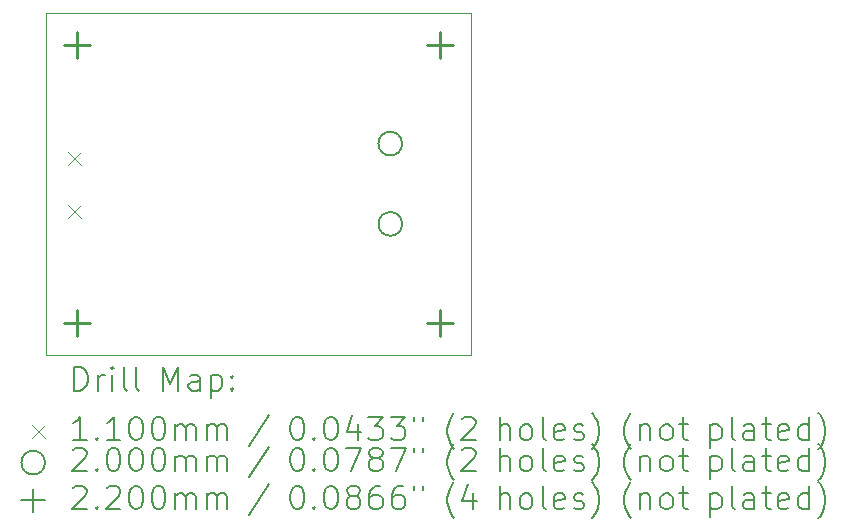
<source format=gbr>
%TF.GenerationSoftware,KiCad,Pcbnew,7.0.0-da2b9df05c~163~ubuntu22.04.1*%
%TF.CreationDate,2023-02-20T00:02:55+00:00*%
%TF.ProjectId,levelshifter,6c657665-6c73-4686-9966-7465722e6b69,rev?*%
%TF.SameCoordinates,Original*%
%TF.FileFunction,Drillmap*%
%TF.FilePolarity,Positive*%
%FSLAX45Y45*%
G04 Gerber Fmt 4.5, Leading zero omitted, Abs format (unit mm)*
G04 Created by KiCad (PCBNEW 7.0.0-da2b9df05c~163~ubuntu22.04.1) date 2023-02-20 00:02:55*
%MOMM*%
%LPD*%
G01*
G04 APERTURE LIST*
%ADD10C,0.100000*%
%ADD11C,0.200000*%
%ADD12C,0.110000*%
%ADD13C,0.220000*%
G04 APERTURE END LIST*
D10*
X13400000Y-7600000D02*
X17000000Y-7600000D01*
X17000000Y-7600000D02*
X17000000Y-10500000D01*
X17000000Y-10500000D02*
X13400000Y-10500000D01*
X13400000Y-10500000D02*
X13400000Y-7600000D01*
D11*
D12*
X13592700Y-8780000D02*
X13702700Y-8890000D01*
X13702700Y-8780000D02*
X13592700Y-8890000D01*
X13592700Y-9230000D02*
X13702700Y-9340000D01*
X13702700Y-9230000D02*
X13592700Y-9340000D01*
D11*
X16418650Y-8707600D02*
G75*
G03*
X16418650Y-8707600I-100000J0D01*
G01*
X16418650Y-9387600D02*
G75*
G03*
X16418650Y-9387600I-100000J0D01*
G01*
D13*
X13670000Y-7760000D02*
X13670000Y-7980000D01*
X13560000Y-7870000D02*
X13780000Y-7870000D01*
X13670000Y-10120000D02*
X13670000Y-10340000D01*
X13560000Y-10230000D02*
X13780000Y-10230000D01*
X16740000Y-7760000D02*
X16740000Y-7980000D01*
X16630000Y-7870000D02*
X16850000Y-7870000D01*
X16740000Y-10120000D02*
X16740000Y-10340000D01*
X16630000Y-10230000D02*
X16850000Y-10230000D01*
D11*
X13642619Y-10798476D02*
X13642619Y-10598476D01*
X13642619Y-10598476D02*
X13690238Y-10598476D01*
X13690238Y-10598476D02*
X13718809Y-10608000D01*
X13718809Y-10608000D02*
X13737857Y-10627048D01*
X13737857Y-10627048D02*
X13747381Y-10646095D01*
X13747381Y-10646095D02*
X13756905Y-10684190D01*
X13756905Y-10684190D02*
X13756905Y-10712762D01*
X13756905Y-10712762D02*
X13747381Y-10750857D01*
X13747381Y-10750857D02*
X13737857Y-10769905D01*
X13737857Y-10769905D02*
X13718809Y-10788952D01*
X13718809Y-10788952D02*
X13690238Y-10798476D01*
X13690238Y-10798476D02*
X13642619Y-10798476D01*
X13842619Y-10798476D02*
X13842619Y-10665143D01*
X13842619Y-10703238D02*
X13852143Y-10684190D01*
X13852143Y-10684190D02*
X13861667Y-10674667D01*
X13861667Y-10674667D02*
X13880714Y-10665143D01*
X13880714Y-10665143D02*
X13899762Y-10665143D01*
X13966428Y-10798476D02*
X13966428Y-10665143D01*
X13966428Y-10598476D02*
X13956905Y-10608000D01*
X13956905Y-10608000D02*
X13966428Y-10617524D01*
X13966428Y-10617524D02*
X13975952Y-10608000D01*
X13975952Y-10608000D02*
X13966428Y-10598476D01*
X13966428Y-10598476D02*
X13966428Y-10617524D01*
X14090238Y-10798476D02*
X14071190Y-10788952D01*
X14071190Y-10788952D02*
X14061667Y-10769905D01*
X14061667Y-10769905D02*
X14061667Y-10598476D01*
X14195000Y-10798476D02*
X14175952Y-10788952D01*
X14175952Y-10788952D02*
X14166428Y-10769905D01*
X14166428Y-10769905D02*
X14166428Y-10598476D01*
X14391190Y-10798476D02*
X14391190Y-10598476D01*
X14391190Y-10598476D02*
X14457857Y-10741333D01*
X14457857Y-10741333D02*
X14524524Y-10598476D01*
X14524524Y-10598476D02*
X14524524Y-10798476D01*
X14705476Y-10798476D02*
X14705476Y-10693714D01*
X14705476Y-10693714D02*
X14695952Y-10674667D01*
X14695952Y-10674667D02*
X14676905Y-10665143D01*
X14676905Y-10665143D02*
X14638809Y-10665143D01*
X14638809Y-10665143D02*
X14619762Y-10674667D01*
X14705476Y-10788952D02*
X14686428Y-10798476D01*
X14686428Y-10798476D02*
X14638809Y-10798476D01*
X14638809Y-10798476D02*
X14619762Y-10788952D01*
X14619762Y-10788952D02*
X14610238Y-10769905D01*
X14610238Y-10769905D02*
X14610238Y-10750857D01*
X14610238Y-10750857D02*
X14619762Y-10731810D01*
X14619762Y-10731810D02*
X14638809Y-10722286D01*
X14638809Y-10722286D02*
X14686428Y-10722286D01*
X14686428Y-10722286D02*
X14705476Y-10712762D01*
X14800714Y-10665143D02*
X14800714Y-10865143D01*
X14800714Y-10674667D02*
X14819762Y-10665143D01*
X14819762Y-10665143D02*
X14857857Y-10665143D01*
X14857857Y-10665143D02*
X14876905Y-10674667D01*
X14876905Y-10674667D02*
X14886428Y-10684190D01*
X14886428Y-10684190D02*
X14895952Y-10703238D01*
X14895952Y-10703238D02*
X14895952Y-10760381D01*
X14895952Y-10760381D02*
X14886428Y-10779429D01*
X14886428Y-10779429D02*
X14876905Y-10788952D01*
X14876905Y-10788952D02*
X14857857Y-10798476D01*
X14857857Y-10798476D02*
X14819762Y-10798476D01*
X14819762Y-10798476D02*
X14800714Y-10788952D01*
X14981667Y-10779429D02*
X14991190Y-10788952D01*
X14991190Y-10788952D02*
X14981667Y-10798476D01*
X14981667Y-10798476D02*
X14972143Y-10788952D01*
X14972143Y-10788952D02*
X14981667Y-10779429D01*
X14981667Y-10779429D02*
X14981667Y-10798476D01*
X14981667Y-10674667D02*
X14991190Y-10684190D01*
X14991190Y-10684190D02*
X14981667Y-10693714D01*
X14981667Y-10693714D02*
X14972143Y-10684190D01*
X14972143Y-10684190D02*
X14981667Y-10674667D01*
X14981667Y-10674667D02*
X14981667Y-10693714D01*
D12*
X13285000Y-11090000D02*
X13395000Y-11200000D01*
X13395000Y-11090000D02*
X13285000Y-11200000D01*
D11*
X13747381Y-11218476D02*
X13633095Y-11218476D01*
X13690238Y-11218476D02*
X13690238Y-11018476D01*
X13690238Y-11018476D02*
X13671190Y-11047048D01*
X13671190Y-11047048D02*
X13652143Y-11066095D01*
X13652143Y-11066095D02*
X13633095Y-11075619D01*
X13833095Y-11199428D02*
X13842619Y-11208952D01*
X13842619Y-11208952D02*
X13833095Y-11218476D01*
X13833095Y-11218476D02*
X13823571Y-11208952D01*
X13823571Y-11208952D02*
X13833095Y-11199428D01*
X13833095Y-11199428D02*
X13833095Y-11218476D01*
X14033095Y-11218476D02*
X13918809Y-11218476D01*
X13975952Y-11218476D02*
X13975952Y-11018476D01*
X13975952Y-11018476D02*
X13956905Y-11047048D01*
X13956905Y-11047048D02*
X13937857Y-11066095D01*
X13937857Y-11066095D02*
X13918809Y-11075619D01*
X14156905Y-11018476D02*
X14175952Y-11018476D01*
X14175952Y-11018476D02*
X14195000Y-11028000D01*
X14195000Y-11028000D02*
X14204524Y-11037524D01*
X14204524Y-11037524D02*
X14214048Y-11056571D01*
X14214048Y-11056571D02*
X14223571Y-11094667D01*
X14223571Y-11094667D02*
X14223571Y-11142286D01*
X14223571Y-11142286D02*
X14214048Y-11180381D01*
X14214048Y-11180381D02*
X14204524Y-11199428D01*
X14204524Y-11199428D02*
X14195000Y-11208952D01*
X14195000Y-11208952D02*
X14175952Y-11218476D01*
X14175952Y-11218476D02*
X14156905Y-11218476D01*
X14156905Y-11218476D02*
X14137857Y-11208952D01*
X14137857Y-11208952D02*
X14128333Y-11199428D01*
X14128333Y-11199428D02*
X14118809Y-11180381D01*
X14118809Y-11180381D02*
X14109286Y-11142286D01*
X14109286Y-11142286D02*
X14109286Y-11094667D01*
X14109286Y-11094667D02*
X14118809Y-11056571D01*
X14118809Y-11056571D02*
X14128333Y-11037524D01*
X14128333Y-11037524D02*
X14137857Y-11028000D01*
X14137857Y-11028000D02*
X14156905Y-11018476D01*
X14347381Y-11018476D02*
X14366429Y-11018476D01*
X14366429Y-11018476D02*
X14385476Y-11028000D01*
X14385476Y-11028000D02*
X14395000Y-11037524D01*
X14395000Y-11037524D02*
X14404524Y-11056571D01*
X14404524Y-11056571D02*
X14414048Y-11094667D01*
X14414048Y-11094667D02*
X14414048Y-11142286D01*
X14414048Y-11142286D02*
X14404524Y-11180381D01*
X14404524Y-11180381D02*
X14395000Y-11199428D01*
X14395000Y-11199428D02*
X14385476Y-11208952D01*
X14385476Y-11208952D02*
X14366429Y-11218476D01*
X14366429Y-11218476D02*
X14347381Y-11218476D01*
X14347381Y-11218476D02*
X14328333Y-11208952D01*
X14328333Y-11208952D02*
X14318809Y-11199428D01*
X14318809Y-11199428D02*
X14309286Y-11180381D01*
X14309286Y-11180381D02*
X14299762Y-11142286D01*
X14299762Y-11142286D02*
X14299762Y-11094667D01*
X14299762Y-11094667D02*
X14309286Y-11056571D01*
X14309286Y-11056571D02*
X14318809Y-11037524D01*
X14318809Y-11037524D02*
X14328333Y-11028000D01*
X14328333Y-11028000D02*
X14347381Y-11018476D01*
X14499762Y-11218476D02*
X14499762Y-11085143D01*
X14499762Y-11104190D02*
X14509286Y-11094667D01*
X14509286Y-11094667D02*
X14528333Y-11085143D01*
X14528333Y-11085143D02*
X14556905Y-11085143D01*
X14556905Y-11085143D02*
X14575952Y-11094667D01*
X14575952Y-11094667D02*
X14585476Y-11113714D01*
X14585476Y-11113714D02*
X14585476Y-11218476D01*
X14585476Y-11113714D02*
X14595000Y-11094667D01*
X14595000Y-11094667D02*
X14614048Y-11085143D01*
X14614048Y-11085143D02*
X14642619Y-11085143D01*
X14642619Y-11085143D02*
X14661667Y-11094667D01*
X14661667Y-11094667D02*
X14671190Y-11113714D01*
X14671190Y-11113714D02*
X14671190Y-11218476D01*
X14766429Y-11218476D02*
X14766429Y-11085143D01*
X14766429Y-11104190D02*
X14775952Y-11094667D01*
X14775952Y-11094667D02*
X14795000Y-11085143D01*
X14795000Y-11085143D02*
X14823571Y-11085143D01*
X14823571Y-11085143D02*
X14842619Y-11094667D01*
X14842619Y-11094667D02*
X14852143Y-11113714D01*
X14852143Y-11113714D02*
X14852143Y-11218476D01*
X14852143Y-11113714D02*
X14861667Y-11094667D01*
X14861667Y-11094667D02*
X14880714Y-11085143D01*
X14880714Y-11085143D02*
X14909286Y-11085143D01*
X14909286Y-11085143D02*
X14928333Y-11094667D01*
X14928333Y-11094667D02*
X14937857Y-11113714D01*
X14937857Y-11113714D02*
X14937857Y-11218476D01*
X15295952Y-11008952D02*
X15124524Y-11266095D01*
X15520714Y-11018476D02*
X15539762Y-11018476D01*
X15539762Y-11018476D02*
X15558810Y-11028000D01*
X15558810Y-11028000D02*
X15568333Y-11037524D01*
X15568333Y-11037524D02*
X15577857Y-11056571D01*
X15577857Y-11056571D02*
X15587381Y-11094667D01*
X15587381Y-11094667D02*
X15587381Y-11142286D01*
X15587381Y-11142286D02*
X15577857Y-11180381D01*
X15577857Y-11180381D02*
X15568333Y-11199428D01*
X15568333Y-11199428D02*
X15558810Y-11208952D01*
X15558810Y-11208952D02*
X15539762Y-11218476D01*
X15539762Y-11218476D02*
X15520714Y-11218476D01*
X15520714Y-11218476D02*
X15501667Y-11208952D01*
X15501667Y-11208952D02*
X15492143Y-11199428D01*
X15492143Y-11199428D02*
X15482619Y-11180381D01*
X15482619Y-11180381D02*
X15473095Y-11142286D01*
X15473095Y-11142286D02*
X15473095Y-11094667D01*
X15473095Y-11094667D02*
X15482619Y-11056571D01*
X15482619Y-11056571D02*
X15492143Y-11037524D01*
X15492143Y-11037524D02*
X15501667Y-11028000D01*
X15501667Y-11028000D02*
X15520714Y-11018476D01*
X15673095Y-11199428D02*
X15682619Y-11208952D01*
X15682619Y-11208952D02*
X15673095Y-11218476D01*
X15673095Y-11218476D02*
X15663571Y-11208952D01*
X15663571Y-11208952D02*
X15673095Y-11199428D01*
X15673095Y-11199428D02*
X15673095Y-11218476D01*
X15806429Y-11018476D02*
X15825476Y-11018476D01*
X15825476Y-11018476D02*
X15844524Y-11028000D01*
X15844524Y-11028000D02*
X15854048Y-11037524D01*
X15854048Y-11037524D02*
X15863571Y-11056571D01*
X15863571Y-11056571D02*
X15873095Y-11094667D01*
X15873095Y-11094667D02*
X15873095Y-11142286D01*
X15873095Y-11142286D02*
X15863571Y-11180381D01*
X15863571Y-11180381D02*
X15854048Y-11199428D01*
X15854048Y-11199428D02*
X15844524Y-11208952D01*
X15844524Y-11208952D02*
X15825476Y-11218476D01*
X15825476Y-11218476D02*
X15806429Y-11218476D01*
X15806429Y-11218476D02*
X15787381Y-11208952D01*
X15787381Y-11208952D02*
X15777857Y-11199428D01*
X15777857Y-11199428D02*
X15768333Y-11180381D01*
X15768333Y-11180381D02*
X15758810Y-11142286D01*
X15758810Y-11142286D02*
X15758810Y-11094667D01*
X15758810Y-11094667D02*
X15768333Y-11056571D01*
X15768333Y-11056571D02*
X15777857Y-11037524D01*
X15777857Y-11037524D02*
X15787381Y-11028000D01*
X15787381Y-11028000D02*
X15806429Y-11018476D01*
X16044524Y-11085143D02*
X16044524Y-11218476D01*
X15996905Y-11008952D02*
X15949286Y-11151810D01*
X15949286Y-11151810D02*
X16073095Y-11151810D01*
X16130238Y-11018476D02*
X16254048Y-11018476D01*
X16254048Y-11018476D02*
X16187381Y-11094667D01*
X16187381Y-11094667D02*
X16215952Y-11094667D01*
X16215952Y-11094667D02*
X16235000Y-11104190D01*
X16235000Y-11104190D02*
X16244524Y-11113714D01*
X16244524Y-11113714D02*
X16254048Y-11132762D01*
X16254048Y-11132762D02*
X16254048Y-11180381D01*
X16254048Y-11180381D02*
X16244524Y-11199428D01*
X16244524Y-11199428D02*
X16235000Y-11208952D01*
X16235000Y-11208952D02*
X16215952Y-11218476D01*
X16215952Y-11218476D02*
X16158810Y-11218476D01*
X16158810Y-11218476D02*
X16139762Y-11208952D01*
X16139762Y-11208952D02*
X16130238Y-11199428D01*
X16320714Y-11018476D02*
X16444524Y-11018476D01*
X16444524Y-11018476D02*
X16377857Y-11094667D01*
X16377857Y-11094667D02*
X16406429Y-11094667D01*
X16406429Y-11094667D02*
X16425476Y-11104190D01*
X16425476Y-11104190D02*
X16435000Y-11113714D01*
X16435000Y-11113714D02*
X16444524Y-11132762D01*
X16444524Y-11132762D02*
X16444524Y-11180381D01*
X16444524Y-11180381D02*
X16435000Y-11199428D01*
X16435000Y-11199428D02*
X16425476Y-11208952D01*
X16425476Y-11208952D02*
X16406429Y-11218476D01*
X16406429Y-11218476D02*
X16349286Y-11218476D01*
X16349286Y-11218476D02*
X16330238Y-11208952D01*
X16330238Y-11208952D02*
X16320714Y-11199428D01*
X16520714Y-11018476D02*
X16520714Y-11056571D01*
X16596905Y-11018476D02*
X16596905Y-11056571D01*
X16859762Y-11294667D02*
X16850238Y-11285143D01*
X16850238Y-11285143D02*
X16831191Y-11256571D01*
X16831191Y-11256571D02*
X16821667Y-11237524D01*
X16821667Y-11237524D02*
X16812143Y-11208952D01*
X16812143Y-11208952D02*
X16802619Y-11161333D01*
X16802619Y-11161333D02*
X16802619Y-11123238D01*
X16802619Y-11123238D02*
X16812143Y-11075619D01*
X16812143Y-11075619D02*
X16821667Y-11047048D01*
X16821667Y-11047048D02*
X16831191Y-11028000D01*
X16831191Y-11028000D02*
X16850238Y-10999429D01*
X16850238Y-10999429D02*
X16859762Y-10989905D01*
X16926429Y-11037524D02*
X16935953Y-11028000D01*
X16935953Y-11028000D02*
X16955000Y-11018476D01*
X16955000Y-11018476D02*
X17002619Y-11018476D01*
X17002619Y-11018476D02*
X17021667Y-11028000D01*
X17021667Y-11028000D02*
X17031191Y-11037524D01*
X17031191Y-11037524D02*
X17040714Y-11056571D01*
X17040714Y-11056571D02*
X17040714Y-11075619D01*
X17040714Y-11075619D02*
X17031191Y-11104190D01*
X17031191Y-11104190D02*
X16916905Y-11218476D01*
X16916905Y-11218476D02*
X17040714Y-11218476D01*
X17246429Y-11218476D02*
X17246429Y-11018476D01*
X17332143Y-11218476D02*
X17332143Y-11113714D01*
X17332143Y-11113714D02*
X17322619Y-11094667D01*
X17322619Y-11094667D02*
X17303572Y-11085143D01*
X17303572Y-11085143D02*
X17275000Y-11085143D01*
X17275000Y-11085143D02*
X17255953Y-11094667D01*
X17255953Y-11094667D02*
X17246429Y-11104190D01*
X17455953Y-11218476D02*
X17436905Y-11208952D01*
X17436905Y-11208952D02*
X17427381Y-11199428D01*
X17427381Y-11199428D02*
X17417857Y-11180381D01*
X17417857Y-11180381D02*
X17417857Y-11123238D01*
X17417857Y-11123238D02*
X17427381Y-11104190D01*
X17427381Y-11104190D02*
X17436905Y-11094667D01*
X17436905Y-11094667D02*
X17455953Y-11085143D01*
X17455953Y-11085143D02*
X17484524Y-11085143D01*
X17484524Y-11085143D02*
X17503572Y-11094667D01*
X17503572Y-11094667D02*
X17513095Y-11104190D01*
X17513095Y-11104190D02*
X17522619Y-11123238D01*
X17522619Y-11123238D02*
X17522619Y-11180381D01*
X17522619Y-11180381D02*
X17513095Y-11199428D01*
X17513095Y-11199428D02*
X17503572Y-11208952D01*
X17503572Y-11208952D02*
X17484524Y-11218476D01*
X17484524Y-11218476D02*
X17455953Y-11218476D01*
X17636905Y-11218476D02*
X17617857Y-11208952D01*
X17617857Y-11208952D02*
X17608334Y-11189905D01*
X17608334Y-11189905D02*
X17608334Y-11018476D01*
X17789286Y-11208952D02*
X17770238Y-11218476D01*
X17770238Y-11218476D02*
X17732143Y-11218476D01*
X17732143Y-11218476D02*
X17713095Y-11208952D01*
X17713095Y-11208952D02*
X17703572Y-11189905D01*
X17703572Y-11189905D02*
X17703572Y-11113714D01*
X17703572Y-11113714D02*
X17713095Y-11094667D01*
X17713095Y-11094667D02*
X17732143Y-11085143D01*
X17732143Y-11085143D02*
X17770238Y-11085143D01*
X17770238Y-11085143D02*
X17789286Y-11094667D01*
X17789286Y-11094667D02*
X17798810Y-11113714D01*
X17798810Y-11113714D02*
X17798810Y-11132762D01*
X17798810Y-11132762D02*
X17703572Y-11151810D01*
X17875000Y-11208952D02*
X17894048Y-11218476D01*
X17894048Y-11218476D02*
X17932143Y-11218476D01*
X17932143Y-11218476D02*
X17951191Y-11208952D01*
X17951191Y-11208952D02*
X17960715Y-11189905D01*
X17960715Y-11189905D02*
X17960715Y-11180381D01*
X17960715Y-11180381D02*
X17951191Y-11161333D01*
X17951191Y-11161333D02*
X17932143Y-11151810D01*
X17932143Y-11151810D02*
X17903572Y-11151810D01*
X17903572Y-11151810D02*
X17884524Y-11142286D01*
X17884524Y-11142286D02*
X17875000Y-11123238D01*
X17875000Y-11123238D02*
X17875000Y-11113714D01*
X17875000Y-11113714D02*
X17884524Y-11094667D01*
X17884524Y-11094667D02*
X17903572Y-11085143D01*
X17903572Y-11085143D02*
X17932143Y-11085143D01*
X17932143Y-11085143D02*
X17951191Y-11094667D01*
X18027381Y-11294667D02*
X18036905Y-11285143D01*
X18036905Y-11285143D02*
X18055953Y-11256571D01*
X18055953Y-11256571D02*
X18065476Y-11237524D01*
X18065476Y-11237524D02*
X18075000Y-11208952D01*
X18075000Y-11208952D02*
X18084524Y-11161333D01*
X18084524Y-11161333D02*
X18084524Y-11123238D01*
X18084524Y-11123238D02*
X18075000Y-11075619D01*
X18075000Y-11075619D02*
X18065476Y-11047048D01*
X18065476Y-11047048D02*
X18055953Y-11028000D01*
X18055953Y-11028000D02*
X18036905Y-10999429D01*
X18036905Y-10999429D02*
X18027381Y-10989905D01*
X18356905Y-11294667D02*
X18347381Y-11285143D01*
X18347381Y-11285143D02*
X18328334Y-11256571D01*
X18328334Y-11256571D02*
X18318810Y-11237524D01*
X18318810Y-11237524D02*
X18309286Y-11208952D01*
X18309286Y-11208952D02*
X18299762Y-11161333D01*
X18299762Y-11161333D02*
X18299762Y-11123238D01*
X18299762Y-11123238D02*
X18309286Y-11075619D01*
X18309286Y-11075619D02*
X18318810Y-11047048D01*
X18318810Y-11047048D02*
X18328334Y-11028000D01*
X18328334Y-11028000D02*
X18347381Y-10999429D01*
X18347381Y-10999429D02*
X18356905Y-10989905D01*
X18433095Y-11085143D02*
X18433095Y-11218476D01*
X18433095Y-11104190D02*
X18442619Y-11094667D01*
X18442619Y-11094667D02*
X18461667Y-11085143D01*
X18461667Y-11085143D02*
X18490238Y-11085143D01*
X18490238Y-11085143D02*
X18509286Y-11094667D01*
X18509286Y-11094667D02*
X18518810Y-11113714D01*
X18518810Y-11113714D02*
X18518810Y-11218476D01*
X18642619Y-11218476D02*
X18623572Y-11208952D01*
X18623572Y-11208952D02*
X18614048Y-11199428D01*
X18614048Y-11199428D02*
X18604524Y-11180381D01*
X18604524Y-11180381D02*
X18604524Y-11123238D01*
X18604524Y-11123238D02*
X18614048Y-11104190D01*
X18614048Y-11104190D02*
X18623572Y-11094667D01*
X18623572Y-11094667D02*
X18642619Y-11085143D01*
X18642619Y-11085143D02*
X18671191Y-11085143D01*
X18671191Y-11085143D02*
X18690238Y-11094667D01*
X18690238Y-11094667D02*
X18699762Y-11104190D01*
X18699762Y-11104190D02*
X18709286Y-11123238D01*
X18709286Y-11123238D02*
X18709286Y-11180381D01*
X18709286Y-11180381D02*
X18699762Y-11199428D01*
X18699762Y-11199428D02*
X18690238Y-11208952D01*
X18690238Y-11208952D02*
X18671191Y-11218476D01*
X18671191Y-11218476D02*
X18642619Y-11218476D01*
X18766429Y-11085143D02*
X18842619Y-11085143D01*
X18795000Y-11018476D02*
X18795000Y-11189905D01*
X18795000Y-11189905D02*
X18804524Y-11208952D01*
X18804524Y-11208952D02*
X18823572Y-11218476D01*
X18823572Y-11218476D02*
X18842619Y-11218476D01*
X19029286Y-11085143D02*
X19029286Y-11285143D01*
X19029286Y-11094667D02*
X19048334Y-11085143D01*
X19048334Y-11085143D02*
X19086429Y-11085143D01*
X19086429Y-11085143D02*
X19105476Y-11094667D01*
X19105476Y-11094667D02*
X19115000Y-11104190D01*
X19115000Y-11104190D02*
X19124524Y-11123238D01*
X19124524Y-11123238D02*
X19124524Y-11180381D01*
X19124524Y-11180381D02*
X19115000Y-11199428D01*
X19115000Y-11199428D02*
X19105476Y-11208952D01*
X19105476Y-11208952D02*
X19086429Y-11218476D01*
X19086429Y-11218476D02*
X19048334Y-11218476D01*
X19048334Y-11218476D02*
X19029286Y-11208952D01*
X19238810Y-11218476D02*
X19219762Y-11208952D01*
X19219762Y-11208952D02*
X19210238Y-11189905D01*
X19210238Y-11189905D02*
X19210238Y-11018476D01*
X19400715Y-11218476D02*
X19400715Y-11113714D01*
X19400715Y-11113714D02*
X19391191Y-11094667D01*
X19391191Y-11094667D02*
X19372143Y-11085143D01*
X19372143Y-11085143D02*
X19334048Y-11085143D01*
X19334048Y-11085143D02*
X19315000Y-11094667D01*
X19400715Y-11208952D02*
X19381667Y-11218476D01*
X19381667Y-11218476D02*
X19334048Y-11218476D01*
X19334048Y-11218476D02*
X19315000Y-11208952D01*
X19315000Y-11208952D02*
X19305476Y-11189905D01*
X19305476Y-11189905D02*
X19305476Y-11170857D01*
X19305476Y-11170857D02*
X19315000Y-11151810D01*
X19315000Y-11151810D02*
X19334048Y-11142286D01*
X19334048Y-11142286D02*
X19381667Y-11142286D01*
X19381667Y-11142286D02*
X19400715Y-11132762D01*
X19467381Y-11085143D02*
X19543572Y-11085143D01*
X19495953Y-11018476D02*
X19495953Y-11189905D01*
X19495953Y-11189905D02*
X19505476Y-11208952D01*
X19505476Y-11208952D02*
X19524524Y-11218476D01*
X19524524Y-11218476D02*
X19543572Y-11218476D01*
X19686429Y-11208952D02*
X19667381Y-11218476D01*
X19667381Y-11218476D02*
X19629286Y-11218476D01*
X19629286Y-11218476D02*
X19610238Y-11208952D01*
X19610238Y-11208952D02*
X19600715Y-11189905D01*
X19600715Y-11189905D02*
X19600715Y-11113714D01*
X19600715Y-11113714D02*
X19610238Y-11094667D01*
X19610238Y-11094667D02*
X19629286Y-11085143D01*
X19629286Y-11085143D02*
X19667381Y-11085143D01*
X19667381Y-11085143D02*
X19686429Y-11094667D01*
X19686429Y-11094667D02*
X19695953Y-11113714D01*
X19695953Y-11113714D02*
X19695953Y-11132762D01*
X19695953Y-11132762D02*
X19600715Y-11151810D01*
X19867381Y-11218476D02*
X19867381Y-11018476D01*
X19867381Y-11208952D02*
X19848334Y-11218476D01*
X19848334Y-11218476D02*
X19810238Y-11218476D01*
X19810238Y-11218476D02*
X19791191Y-11208952D01*
X19791191Y-11208952D02*
X19781667Y-11199428D01*
X19781667Y-11199428D02*
X19772143Y-11180381D01*
X19772143Y-11180381D02*
X19772143Y-11123238D01*
X19772143Y-11123238D02*
X19781667Y-11104190D01*
X19781667Y-11104190D02*
X19791191Y-11094667D01*
X19791191Y-11094667D02*
X19810238Y-11085143D01*
X19810238Y-11085143D02*
X19848334Y-11085143D01*
X19848334Y-11085143D02*
X19867381Y-11094667D01*
X19943572Y-11294667D02*
X19953096Y-11285143D01*
X19953096Y-11285143D02*
X19972143Y-11256571D01*
X19972143Y-11256571D02*
X19981667Y-11237524D01*
X19981667Y-11237524D02*
X19991191Y-11208952D01*
X19991191Y-11208952D02*
X20000715Y-11161333D01*
X20000715Y-11161333D02*
X20000715Y-11123238D01*
X20000715Y-11123238D02*
X19991191Y-11075619D01*
X19991191Y-11075619D02*
X19981667Y-11047048D01*
X19981667Y-11047048D02*
X19972143Y-11028000D01*
X19972143Y-11028000D02*
X19953096Y-10999429D01*
X19953096Y-10999429D02*
X19943572Y-10989905D01*
X13395000Y-11409000D02*
G75*
G03*
X13395000Y-11409000I-100000J0D01*
G01*
X13633095Y-11301524D02*
X13642619Y-11292000D01*
X13642619Y-11292000D02*
X13661667Y-11282476D01*
X13661667Y-11282476D02*
X13709286Y-11282476D01*
X13709286Y-11282476D02*
X13728333Y-11292000D01*
X13728333Y-11292000D02*
X13737857Y-11301524D01*
X13737857Y-11301524D02*
X13747381Y-11320571D01*
X13747381Y-11320571D02*
X13747381Y-11339619D01*
X13747381Y-11339619D02*
X13737857Y-11368190D01*
X13737857Y-11368190D02*
X13623571Y-11482476D01*
X13623571Y-11482476D02*
X13747381Y-11482476D01*
X13833095Y-11463428D02*
X13842619Y-11472952D01*
X13842619Y-11472952D02*
X13833095Y-11482476D01*
X13833095Y-11482476D02*
X13823571Y-11472952D01*
X13823571Y-11472952D02*
X13833095Y-11463428D01*
X13833095Y-11463428D02*
X13833095Y-11482476D01*
X13966428Y-11282476D02*
X13985476Y-11282476D01*
X13985476Y-11282476D02*
X14004524Y-11292000D01*
X14004524Y-11292000D02*
X14014048Y-11301524D01*
X14014048Y-11301524D02*
X14023571Y-11320571D01*
X14023571Y-11320571D02*
X14033095Y-11358667D01*
X14033095Y-11358667D02*
X14033095Y-11406286D01*
X14033095Y-11406286D02*
X14023571Y-11444381D01*
X14023571Y-11444381D02*
X14014048Y-11463428D01*
X14014048Y-11463428D02*
X14004524Y-11472952D01*
X14004524Y-11472952D02*
X13985476Y-11482476D01*
X13985476Y-11482476D02*
X13966428Y-11482476D01*
X13966428Y-11482476D02*
X13947381Y-11472952D01*
X13947381Y-11472952D02*
X13937857Y-11463428D01*
X13937857Y-11463428D02*
X13928333Y-11444381D01*
X13928333Y-11444381D02*
X13918809Y-11406286D01*
X13918809Y-11406286D02*
X13918809Y-11358667D01*
X13918809Y-11358667D02*
X13928333Y-11320571D01*
X13928333Y-11320571D02*
X13937857Y-11301524D01*
X13937857Y-11301524D02*
X13947381Y-11292000D01*
X13947381Y-11292000D02*
X13966428Y-11282476D01*
X14156905Y-11282476D02*
X14175952Y-11282476D01*
X14175952Y-11282476D02*
X14195000Y-11292000D01*
X14195000Y-11292000D02*
X14204524Y-11301524D01*
X14204524Y-11301524D02*
X14214048Y-11320571D01*
X14214048Y-11320571D02*
X14223571Y-11358667D01*
X14223571Y-11358667D02*
X14223571Y-11406286D01*
X14223571Y-11406286D02*
X14214048Y-11444381D01*
X14214048Y-11444381D02*
X14204524Y-11463428D01*
X14204524Y-11463428D02*
X14195000Y-11472952D01*
X14195000Y-11472952D02*
X14175952Y-11482476D01*
X14175952Y-11482476D02*
X14156905Y-11482476D01*
X14156905Y-11482476D02*
X14137857Y-11472952D01*
X14137857Y-11472952D02*
X14128333Y-11463428D01*
X14128333Y-11463428D02*
X14118809Y-11444381D01*
X14118809Y-11444381D02*
X14109286Y-11406286D01*
X14109286Y-11406286D02*
X14109286Y-11358667D01*
X14109286Y-11358667D02*
X14118809Y-11320571D01*
X14118809Y-11320571D02*
X14128333Y-11301524D01*
X14128333Y-11301524D02*
X14137857Y-11292000D01*
X14137857Y-11292000D02*
X14156905Y-11282476D01*
X14347381Y-11282476D02*
X14366429Y-11282476D01*
X14366429Y-11282476D02*
X14385476Y-11292000D01*
X14385476Y-11292000D02*
X14395000Y-11301524D01*
X14395000Y-11301524D02*
X14404524Y-11320571D01*
X14404524Y-11320571D02*
X14414048Y-11358667D01*
X14414048Y-11358667D02*
X14414048Y-11406286D01*
X14414048Y-11406286D02*
X14404524Y-11444381D01*
X14404524Y-11444381D02*
X14395000Y-11463428D01*
X14395000Y-11463428D02*
X14385476Y-11472952D01*
X14385476Y-11472952D02*
X14366429Y-11482476D01*
X14366429Y-11482476D02*
X14347381Y-11482476D01*
X14347381Y-11482476D02*
X14328333Y-11472952D01*
X14328333Y-11472952D02*
X14318809Y-11463428D01*
X14318809Y-11463428D02*
X14309286Y-11444381D01*
X14309286Y-11444381D02*
X14299762Y-11406286D01*
X14299762Y-11406286D02*
X14299762Y-11358667D01*
X14299762Y-11358667D02*
X14309286Y-11320571D01*
X14309286Y-11320571D02*
X14318809Y-11301524D01*
X14318809Y-11301524D02*
X14328333Y-11292000D01*
X14328333Y-11292000D02*
X14347381Y-11282476D01*
X14499762Y-11482476D02*
X14499762Y-11349143D01*
X14499762Y-11368190D02*
X14509286Y-11358667D01*
X14509286Y-11358667D02*
X14528333Y-11349143D01*
X14528333Y-11349143D02*
X14556905Y-11349143D01*
X14556905Y-11349143D02*
X14575952Y-11358667D01*
X14575952Y-11358667D02*
X14585476Y-11377714D01*
X14585476Y-11377714D02*
X14585476Y-11482476D01*
X14585476Y-11377714D02*
X14595000Y-11358667D01*
X14595000Y-11358667D02*
X14614048Y-11349143D01*
X14614048Y-11349143D02*
X14642619Y-11349143D01*
X14642619Y-11349143D02*
X14661667Y-11358667D01*
X14661667Y-11358667D02*
X14671190Y-11377714D01*
X14671190Y-11377714D02*
X14671190Y-11482476D01*
X14766429Y-11482476D02*
X14766429Y-11349143D01*
X14766429Y-11368190D02*
X14775952Y-11358667D01*
X14775952Y-11358667D02*
X14795000Y-11349143D01*
X14795000Y-11349143D02*
X14823571Y-11349143D01*
X14823571Y-11349143D02*
X14842619Y-11358667D01*
X14842619Y-11358667D02*
X14852143Y-11377714D01*
X14852143Y-11377714D02*
X14852143Y-11482476D01*
X14852143Y-11377714D02*
X14861667Y-11358667D01*
X14861667Y-11358667D02*
X14880714Y-11349143D01*
X14880714Y-11349143D02*
X14909286Y-11349143D01*
X14909286Y-11349143D02*
X14928333Y-11358667D01*
X14928333Y-11358667D02*
X14937857Y-11377714D01*
X14937857Y-11377714D02*
X14937857Y-11482476D01*
X15295952Y-11272952D02*
X15124524Y-11530095D01*
X15520714Y-11282476D02*
X15539762Y-11282476D01*
X15539762Y-11282476D02*
X15558810Y-11292000D01*
X15558810Y-11292000D02*
X15568333Y-11301524D01*
X15568333Y-11301524D02*
X15577857Y-11320571D01*
X15577857Y-11320571D02*
X15587381Y-11358667D01*
X15587381Y-11358667D02*
X15587381Y-11406286D01*
X15587381Y-11406286D02*
X15577857Y-11444381D01*
X15577857Y-11444381D02*
X15568333Y-11463428D01*
X15568333Y-11463428D02*
X15558810Y-11472952D01*
X15558810Y-11472952D02*
X15539762Y-11482476D01*
X15539762Y-11482476D02*
X15520714Y-11482476D01*
X15520714Y-11482476D02*
X15501667Y-11472952D01*
X15501667Y-11472952D02*
X15492143Y-11463428D01*
X15492143Y-11463428D02*
X15482619Y-11444381D01*
X15482619Y-11444381D02*
X15473095Y-11406286D01*
X15473095Y-11406286D02*
X15473095Y-11358667D01*
X15473095Y-11358667D02*
X15482619Y-11320571D01*
X15482619Y-11320571D02*
X15492143Y-11301524D01*
X15492143Y-11301524D02*
X15501667Y-11292000D01*
X15501667Y-11292000D02*
X15520714Y-11282476D01*
X15673095Y-11463428D02*
X15682619Y-11472952D01*
X15682619Y-11472952D02*
X15673095Y-11482476D01*
X15673095Y-11482476D02*
X15663571Y-11472952D01*
X15663571Y-11472952D02*
X15673095Y-11463428D01*
X15673095Y-11463428D02*
X15673095Y-11482476D01*
X15806429Y-11282476D02*
X15825476Y-11282476D01*
X15825476Y-11282476D02*
X15844524Y-11292000D01*
X15844524Y-11292000D02*
X15854048Y-11301524D01*
X15854048Y-11301524D02*
X15863571Y-11320571D01*
X15863571Y-11320571D02*
X15873095Y-11358667D01*
X15873095Y-11358667D02*
X15873095Y-11406286D01*
X15873095Y-11406286D02*
X15863571Y-11444381D01*
X15863571Y-11444381D02*
X15854048Y-11463428D01*
X15854048Y-11463428D02*
X15844524Y-11472952D01*
X15844524Y-11472952D02*
X15825476Y-11482476D01*
X15825476Y-11482476D02*
X15806429Y-11482476D01*
X15806429Y-11482476D02*
X15787381Y-11472952D01*
X15787381Y-11472952D02*
X15777857Y-11463428D01*
X15777857Y-11463428D02*
X15768333Y-11444381D01*
X15768333Y-11444381D02*
X15758810Y-11406286D01*
X15758810Y-11406286D02*
X15758810Y-11358667D01*
X15758810Y-11358667D02*
X15768333Y-11320571D01*
X15768333Y-11320571D02*
X15777857Y-11301524D01*
X15777857Y-11301524D02*
X15787381Y-11292000D01*
X15787381Y-11292000D02*
X15806429Y-11282476D01*
X15939762Y-11282476D02*
X16073095Y-11282476D01*
X16073095Y-11282476D02*
X15987381Y-11482476D01*
X16177857Y-11368190D02*
X16158810Y-11358667D01*
X16158810Y-11358667D02*
X16149286Y-11349143D01*
X16149286Y-11349143D02*
X16139762Y-11330095D01*
X16139762Y-11330095D02*
X16139762Y-11320571D01*
X16139762Y-11320571D02*
X16149286Y-11301524D01*
X16149286Y-11301524D02*
X16158810Y-11292000D01*
X16158810Y-11292000D02*
X16177857Y-11282476D01*
X16177857Y-11282476D02*
X16215952Y-11282476D01*
X16215952Y-11282476D02*
X16235000Y-11292000D01*
X16235000Y-11292000D02*
X16244524Y-11301524D01*
X16244524Y-11301524D02*
X16254048Y-11320571D01*
X16254048Y-11320571D02*
X16254048Y-11330095D01*
X16254048Y-11330095D02*
X16244524Y-11349143D01*
X16244524Y-11349143D02*
X16235000Y-11358667D01*
X16235000Y-11358667D02*
X16215952Y-11368190D01*
X16215952Y-11368190D02*
X16177857Y-11368190D01*
X16177857Y-11368190D02*
X16158810Y-11377714D01*
X16158810Y-11377714D02*
X16149286Y-11387238D01*
X16149286Y-11387238D02*
X16139762Y-11406286D01*
X16139762Y-11406286D02*
X16139762Y-11444381D01*
X16139762Y-11444381D02*
X16149286Y-11463428D01*
X16149286Y-11463428D02*
X16158810Y-11472952D01*
X16158810Y-11472952D02*
X16177857Y-11482476D01*
X16177857Y-11482476D02*
X16215952Y-11482476D01*
X16215952Y-11482476D02*
X16235000Y-11472952D01*
X16235000Y-11472952D02*
X16244524Y-11463428D01*
X16244524Y-11463428D02*
X16254048Y-11444381D01*
X16254048Y-11444381D02*
X16254048Y-11406286D01*
X16254048Y-11406286D02*
X16244524Y-11387238D01*
X16244524Y-11387238D02*
X16235000Y-11377714D01*
X16235000Y-11377714D02*
X16215952Y-11368190D01*
X16320714Y-11282476D02*
X16454048Y-11282476D01*
X16454048Y-11282476D02*
X16368333Y-11482476D01*
X16520714Y-11282476D02*
X16520714Y-11320571D01*
X16596905Y-11282476D02*
X16596905Y-11320571D01*
X16859762Y-11558667D02*
X16850238Y-11549143D01*
X16850238Y-11549143D02*
X16831191Y-11520571D01*
X16831191Y-11520571D02*
X16821667Y-11501524D01*
X16821667Y-11501524D02*
X16812143Y-11472952D01*
X16812143Y-11472952D02*
X16802619Y-11425333D01*
X16802619Y-11425333D02*
X16802619Y-11387238D01*
X16802619Y-11387238D02*
X16812143Y-11339619D01*
X16812143Y-11339619D02*
X16821667Y-11311048D01*
X16821667Y-11311048D02*
X16831191Y-11292000D01*
X16831191Y-11292000D02*
X16850238Y-11263428D01*
X16850238Y-11263428D02*
X16859762Y-11253905D01*
X16926429Y-11301524D02*
X16935953Y-11292000D01*
X16935953Y-11292000D02*
X16955000Y-11282476D01*
X16955000Y-11282476D02*
X17002619Y-11282476D01*
X17002619Y-11282476D02*
X17021667Y-11292000D01*
X17021667Y-11292000D02*
X17031191Y-11301524D01*
X17031191Y-11301524D02*
X17040714Y-11320571D01*
X17040714Y-11320571D02*
X17040714Y-11339619D01*
X17040714Y-11339619D02*
X17031191Y-11368190D01*
X17031191Y-11368190D02*
X16916905Y-11482476D01*
X16916905Y-11482476D02*
X17040714Y-11482476D01*
X17246429Y-11482476D02*
X17246429Y-11282476D01*
X17332143Y-11482476D02*
X17332143Y-11377714D01*
X17332143Y-11377714D02*
X17322619Y-11358667D01*
X17322619Y-11358667D02*
X17303572Y-11349143D01*
X17303572Y-11349143D02*
X17275000Y-11349143D01*
X17275000Y-11349143D02*
X17255953Y-11358667D01*
X17255953Y-11358667D02*
X17246429Y-11368190D01*
X17455953Y-11482476D02*
X17436905Y-11472952D01*
X17436905Y-11472952D02*
X17427381Y-11463428D01*
X17427381Y-11463428D02*
X17417857Y-11444381D01*
X17417857Y-11444381D02*
X17417857Y-11387238D01*
X17417857Y-11387238D02*
X17427381Y-11368190D01*
X17427381Y-11368190D02*
X17436905Y-11358667D01*
X17436905Y-11358667D02*
X17455953Y-11349143D01*
X17455953Y-11349143D02*
X17484524Y-11349143D01*
X17484524Y-11349143D02*
X17503572Y-11358667D01*
X17503572Y-11358667D02*
X17513095Y-11368190D01*
X17513095Y-11368190D02*
X17522619Y-11387238D01*
X17522619Y-11387238D02*
X17522619Y-11444381D01*
X17522619Y-11444381D02*
X17513095Y-11463428D01*
X17513095Y-11463428D02*
X17503572Y-11472952D01*
X17503572Y-11472952D02*
X17484524Y-11482476D01*
X17484524Y-11482476D02*
X17455953Y-11482476D01*
X17636905Y-11482476D02*
X17617857Y-11472952D01*
X17617857Y-11472952D02*
X17608334Y-11453905D01*
X17608334Y-11453905D02*
X17608334Y-11282476D01*
X17789286Y-11472952D02*
X17770238Y-11482476D01*
X17770238Y-11482476D02*
X17732143Y-11482476D01*
X17732143Y-11482476D02*
X17713095Y-11472952D01*
X17713095Y-11472952D02*
X17703572Y-11453905D01*
X17703572Y-11453905D02*
X17703572Y-11377714D01*
X17703572Y-11377714D02*
X17713095Y-11358667D01*
X17713095Y-11358667D02*
X17732143Y-11349143D01*
X17732143Y-11349143D02*
X17770238Y-11349143D01*
X17770238Y-11349143D02*
X17789286Y-11358667D01*
X17789286Y-11358667D02*
X17798810Y-11377714D01*
X17798810Y-11377714D02*
X17798810Y-11396762D01*
X17798810Y-11396762D02*
X17703572Y-11415809D01*
X17875000Y-11472952D02*
X17894048Y-11482476D01*
X17894048Y-11482476D02*
X17932143Y-11482476D01*
X17932143Y-11482476D02*
X17951191Y-11472952D01*
X17951191Y-11472952D02*
X17960715Y-11453905D01*
X17960715Y-11453905D02*
X17960715Y-11444381D01*
X17960715Y-11444381D02*
X17951191Y-11425333D01*
X17951191Y-11425333D02*
X17932143Y-11415809D01*
X17932143Y-11415809D02*
X17903572Y-11415809D01*
X17903572Y-11415809D02*
X17884524Y-11406286D01*
X17884524Y-11406286D02*
X17875000Y-11387238D01*
X17875000Y-11387238D02*
X17875000Y-11377714D01*
X17875000Y-11377714D02*
X17884524Y-11358667D01*
X17884524Y-11358667D02*
X17903572Y-11349143D01*
X17903572Y-11349143D02*
X17932143Y-11349143D01*
X17932143Y-11349143D02*
X17951191Y-11358667D01*
X18027381Y-11558667D02*
X18036905Y-11549143D01*
X18036905Y-11549143D02*
X18055953Y-11520571D01*
X18055953Y-11520571D02*
X18065476Y-11501524D01*
X18065476Y-11501524D02*
X18075000Y-11472952D01*
X18075000Y-11472952D02*
X18084524Y-11425333D01*
X18084524Y-11425333D02*
X18084524Y-11387238D01*
X18084524Y-11387238D02*
X18075000Y-11339619D01*
X18075000Y-11339619D02*
X18065476Y-11311048D01*
X18065476Y-11311048D02*
X18055953Y-11292000D01*
X18055953Y-11292000D02*
X18036905Y-11263428D01*
X18036905Y-11263428D02*
X18027381Y-11253905D01*
X18356905Y-11558667D02*
X18347381Y-11549143D01*
X18347381Y-11549143D02*
X18328334Y-11520571D01*
X18328334Y-11520571D02*
X18318810Y-11501524D01*
X18318810Y-11501524D02*
X18309286Y-11472952D01*
X18309286Y-11472952D02*
X18299762Y-11425333D01*
X18299762Y-11425333D02*
X18299762Y-11387238D01*
X18299762Y-11387238D02*
X18309286Y-11339619D01*
X18309286Y-11339619D02*
X18318810Y-11311048D01*
X18318810Y-11311048D02*
X18328334Y-11292000D01*
X18328334Y-11292000D02*
X18347381Y-11263428D01*
X18347381Y-11263428D02*
X18356905Y-11253905D01*
X18433095Y-11349143D02*
X18433095Y-11482476D01*
X18433095Y-11368190D02*
X18442619Y-11358667D01*
X18442619Y-11358667D02*
X18461667Y-11349143D01*
X18461667Y-11349143D02*
X18490238Y-11349143D01*
X18490238Y-11349143D02*
X18509286Y-11358667D01*
X18509286Y-11358667D02*
X18518810Y-11377714D01*
X18518810Y-11377714D02*
X18518810Y-11482476D01*
X18642619Y-11482476D02*
X18623572Y-11472952D01*
X18623572Y-11472952D02*
X18614048Y-11463428D01*
X18614048Y-11463428D02*
X18604524Y-11444381D01*
X18604524Y-11444381D02*
X18604524Y-11387238D01*
X18604524Y-11387238D02*
X18614048Y-11368190D01*
X18614048Y-11368190D02*
X18623572Y-11358667D01*
X18623572Y-11358667D02*
X18642619Y-11349143D01*
X18642619Y-11349143D02*
X18671191Y-11349143D01*
X18671191Y-11349143D02*
X18690238Y-11358667D01*
X18690238Y-11358667D02*
X18699762Y-11368190D01*
X18699762Y-11368190D02*
X18709286Y-11387238D01*
X18709286Y-11387238D02*
X18709286Y-11444381D01*
X18709286Y-11444381D02*
X18699762Y-11463428D01*
X18699762Y-11463428D02*
X18690238Y-11472952D01*
X18690238Y-11472952D02*
X18671191Y-11482476D01*
X18671191Y-11482476D02*
X18642619Y-11482476D01*
X18766429Y-11349143D02*
X18842619Y-11349143D01*
X18795000Y-11282476D02*
X18795000Y-11453905D01*
X18795000Y-11453905D02*
X18804524Y-11472952D01*
X18804524Y-11472952D02*
X18823572Y-11482476D01*
X18823572Y-11482476D02*
X18842619Y-11482476D01*
X19029286Y-11349143D02*
X19029286Y-11549143D01*
X19029286Y-11358667D02*
X19048334Y-11349143D01*
X19048334Y-11349143D02*
X19086429Y-11349143D01*
X19086429Y-11349143D02*
X19105476Y-11358667D01*
X19105476Y-11358667D02*
X19115000Y-11368190D01*
X19115000Y-11368190D02*
X19124524Y-11387238D01*
X19124524Y-11387238D02*
X19124524Y-11444381D01*
X19124524Y-11444381D02*
X19115000Y-11463428D01*
X19115000Y-11463428D02*
X19105476Y-11472952D01*
X19105476Y-11472952D02*
X19086429Y-11482476D01*
X19086429Y-11482476D02*
X19048334Y-11482476D01*
X19048334Y-11482476D02*
X19029286Y-11472952D01*
X19238810Y-11482476D02*
X19219762Y-11472952D01*
X19219762Y-11472952D02*
X19210238Y-11453905D01*
X19210238Y-11453905D02*
X19210238Y-11282476D01*
X19400715Y-11482476D02*
X19400715Y-11377714D01*
X19400715Y-11377714D02*
X19391191Y-11358667D01*
X19391191Y-11358667D02*
X19372143Y-11349143D01*
X19372143Y-11349143D02*
X19334048Y-11349143D01*
X19334048Y-11349143D02*
X19315000Y-11358667D01*
X19400715Y-11472952D02*
X19381667Y-11482476D01*
X19381667Y-11482476D02*
X19334048Y-11482476D01*
X19334048Y-11482476D02*
X19315000Y-11472952D01*
X19315000Y-11472952D02*
X19305476Y-11453905D01*
X19305476Y-11453905D02*
X19305476Y-11434857D01*
X19305476Y-11434857D02*
X19315000Y-11415809D01*
X19315000Y-11415809D02*
X19334048Y-11406286D01*
X19334048Y-11406286D02*
X19381667Y-11406286D01*
X19381667Y-11406286D02*
X19400715Y-11396762D01*
X19467381Y-11349143D02*
X19543572Y-11349143D01*
X19495953Y-11282476D02*
X19495953Y-11453905D01*
X19495953Y-11453905D02*
X19505476Y-11472952D01*
X19505476Y-11472952D02*
X19524524Y-11482476D01*
X19524524Y-11482476D02*
X19543572Y-11482476D01*
X19686429Y-11472952D02*
X19667381Y-11482476D01*
X19667381Y-11482476D02*
X19629286Y-11482476D01*
X19629286Y-11482476D02*
X19610238Y-11472952D01*
X19610238Y-11472952D02*
X19600715Y-11453905D01*
X19600715Y-11453905D02*
X19600715Y-11377714D01*
X19600715Y-11377714D02*
X19610238Y-11358667D01*
X19610238Y-11358667D02*
X19629286Y-11349143D01*
X19629286Y-11349143D02*
X19667381Y-11349143D01*
X19667381Y-11349143D02*
X19686429Y-11358667D01*
X19686429Y-11358667D02*
X19695953Y-11377714D01*
X19695953Y-11377714D02*
X19695953Y-11396762D01*
X19695953Y-11396762D02*
X19600715Y-11415809D01*
X19867381Y-11482476D02*
X19867381Y-11282476D01*
X19867381Y-11472952D02*
X19848334Y-11482476D01*
X19848334Y-11482476D02*
X19810238Y-11482476D01*
X19810238Y-11482476D02*
X19791191Y-11472952D01*
X19791191Y-11472952D02*
X19781667Y-11463428D01*
X19781667Y-11463428D02*
X19772143Y-11444381D01*
X19772143Y-11444381D02*
X19772143Y-11387238D01*
X19772143Y-11387238D02*
X19781667Y-11368190D01*
X19781667Y-11368190D02*
X19791191Y-11358667D01*
X19791191Y-11358667D02*
X19810238Y-11349143D01*
X19810238Y-11349143D02*
X19848334Y-11349143D01*
X19848334Y-11349143D02*
X19867381Y-11358667D01*
X19943572Y-11558667D02*
X19953096Y-11549143D01*
X19953096Y-11549143D02*
X19972143Y-11520571D01*
X19972143Y-11520571D02*
X19981667Y-11501524D01*
X19981667Y-11501524D02*
X19991191Y-11472952D01*
X19991191Y-11472952D02*
X20000715Y-11425333D01*
X20000715Y-11425333D02*
X20000715Y-11387238D01*
X20000715Y-11387238D02*
X19991191Y-11339619D01*
X19991191Y-11339619D02*
X19981667Y-11311048D01*
X19981667Y-11311048D02*
X19972143Y-11292000D01*
X19972143Y-11292000D02*
X19953096Y-11263428D01*
X19953096Y-11263428D02*
X19943572Y-11253905D01*
X13295000Y-11629000D02*
X13295000Y-11829000D01*
X13195000Y-11729000D02*
X13395000Y-11729000D01*
X13633095Y-11621524D02*
X13642619Y-11612000D01*
X13642619Y-11612000D02*
X13661667Y-11602476D01*
X13661667Y-11602476D02*
X13709286Y-11602476D01*
X13709286Y-11602476D02*
X13728333Y-11612000D01*
X13728333Y-11612000D02*
X13737857Y-11621524D01*
X13737857Y-11621524D02*
X13747381Y-11640571D01*
X13747381Y-11640571D02*
X13747381Y-11659619D01*
X13747381Y-11659619D02*
X13737857Y-11688190D01*
X13737857Y-11688190D02*
X13623571Y-11802476D01*
X13623571Y-11802476D02*
X13747381Y-11802476D01*
X13833095Y-11783428D02*
X13842619Y-11792952D01*
X13842619Y-11792952D02*
X13833095Y-11802476D01*
X13833095Y-11802476D02*
X13823571Y-11792952D01*
X13823571Y-11792952D02*
X13833095Y-11783428D01*
X13833095Y-11783428D02*
X13833095Y-11802476D01*
X13918809Y-11621524D02*
X13928333Y-11612000D01*
X13928333Y-11612000D02*
X13947381Y-11602476D01*
X13947381Y-11602476D02*
X13995000Y-11602476D01*
X13995000Y-11602476D02*
X14014048Y-11612000D01*
X14014048Y-11612000D02*
X14023571Y-11621524D01*
X14023571Y-11621524D02*
X14033095Y-11640571D01*
X14033095Y-11640571D02*
X14033095Y-11659619D01*
X14033095Y-11659619D02*
X14023571Y-11688190D01*
X14023571Y-11688190D02*
X13909286Y-11802476D01*
X13909286Y-11802476D02*
X14033095Y-11802476D01*
X14156905Y-11602476D02*
X14175952Y-11602476D01*
X14175952Y-11602476D02*
X14195000Y-11612000D01*
X14195000Y-11612000D02*
X14204524Y-11621524D01*
X14204524Y-11621524D02*
X14214048Y-11640571D01*
X14214048Y-11640571D02*
X14223571Y-11678667D01*
X14223571Y-11678667D02*
X14223571Y-11726286D01*
X14223571Y-11726286D02*
X14214048Y-11764381D01*
X14214048Y-11764381D02*
X14204524Y-11783428D01*
X14204524Y-11783428D02*
X14195000Y-11792952D01*
X14195000Y-11792952D02*
X14175952Y-11802476D01*
X14175952Y-11802476D02*
X14156905Y-11802476D01*
X14156905Y-11802476D02*
X14137857Y-11792952D01*
X14137857Y-11792952D02*
X14128333Y-11783428D01*
X14128333Y-11783428D02*
X14118809Y-11764381D01*
X14118809Y-11764381D02*
X14109286Y-11726286D01*
X14109286Y-11726286D02*
X14109286Y-11678667D01*
X14109286Y-11678667D02*
X14118809Y-11640571D01*
X14118809Y-11640571D02*
X14128333Y-11621524D01*
X14128333Y-11621524D02*
X14137857Y-11612000D01*
X14137857Y-11612000D02*
X14156905Y-11602476D01*
X14347381Y-11602476D02*
X14366429Y-11602476D01*
X14366429Y-11602476D02*
X14385476Y-11612000D01*
X14385476Y-11612000D02*
X14395000Y-11621524D01*
X14395000Y-11621524D02*
X14404524Y-11640571D01*
X14404524Y-11640571D02*
X14414048Y-11678667D01*
X14414048Y-11678667D02*
X14414048Y-11726286D01*
X14414048Y-11726286D02*
X14404524Y-11764381D01*
X14404524Y-11764381D02*
X14395000Y-11783428D01*
X14395000Y-11783428D02*
X14385476Y-11792952D01*
X14385476Y-11792952D02*
X14366429Y-11802476D01*
X14366429Y-11802476D02*
X14347381Y-11802476D01*
X14347381Y-11802476D02*
X14328333Y-11792952D01*
X14328333Y-11792952D02*
X14318809Y-11783428D01*
X14318809Y-11783428D02*
X14309286Y-11764381D01*
X14309286Y-11764381D02*
X14299762Y-11726286D01*
X14299762Y-11726286D02*
X14299762Y-11678667D01*
X14299762Y-11678667D02*
X14309286Y-11640571D01*
X14309286Y-11640571D02*
X14318809Y-11621524D01*
X14318809Y-11621524D02*
X14328333Y-11612000D01*
X14328333Y-11612000D02*
X14347381Y-11602476D01*
X14499762Y-11802476D02*
X14499762Y-11669143D01*
X14499762Y-11688190D02*
X14509286Y-11678667D01*
X14509286Y-11678667D02*
X14528333Y-11669143D01*
X14528333Y-11669143D02*
X14556905Y-11669143D01*
X14556905Y-11669143D02*
X14575952Y-11678667D01*
X14575952Y-11678667D02*
X14585476Y-11697714D01*
X14585476Y-11697714D02*
X14585476Y-11802476D01*
X14585476Y-11697714D02*
X14595000Y-11678667D01*
X14595000Y-11678667D02*
X14614048Y-11669143D01*
X14614048Y-11669143D02*
X14642619Y-11669143D01*
X14642619Y-11669143D02*
X14661667Y-11678667D01*
X14661667Y-11678667D02*
X14671190Y-11697714D01*
X14671190Y-11697714D02*
X14671190Y-11802476D01*
X14766429Y-11802476D02*
X14766429Y-11669143D01*
X14766429Y-11688190D02*
X14775952Y-11678667D01*
X14775952Y-11678667D02*
X14795000Y-11669143D01*
X14795000Y-11669143D02*
X14823571Y-11669143D01*
X14823571Y-11669143D02*
X14842619Y-11678667D01*
X14842619Y-11678667D02*
X14852143Y-11697714D01*
X14852143Y-11697714D02*
X14852143Y-11802476D01*
X14852143Y-11697714D02*
X14861667Y-11678667D01*
X14861667Y-11678667D02*
X14880714Y-11669143D01*
X14880714Y-11669143D02*
X14909286Y-11669143D01*
X14909286Y-11669143D02*
X14928333Y-11678667D01*
X14928333Y-11678667D02*
X14937857Y-11697714D01*
X14937857Y-11697714D02*
X14937857Y-11802476D01*
X15295952Y-11592952D02*
X15124524Y-11850095D01*
X15520714Y-11602476D02*
X15539762Y-11602476D01*
X15539762Y-11602476D02*
X15558810Y-11612000D01*
X15558810Y-11612000D02*
X15568333Y-11621524D01*
X15568333Y-11621524D02*
X15577857Y-11640571D01*
X15577857Y-11640571D02*
X15587381Y-11678667D01*
X15587381Y-11678667D02*
X15587381Y-11726286D01*
X15587381Y-11726286D02*
X15577857Y-11764381D01*
X15577857Y-11764381D02*
X15568333Y-11783428D01*
X15568333Y-11783428D02*
X15558810Y-11792952D01*
X15558810Y-11792952D02*
X15539762Y-11802476D01*
X15539762Y-11802476D02*
X15520714Y-11802476D01*
X15520714Y-11802476D02*
X15501667Y-11792952D01*
X15501667Y-11792952D02*
X15492143Y-11783428D01*
X15492143Y-11783428D02*
X15482619Y-11764381D01*
X15482619Y-11764381D02*
X15473095Y-11726286D01*
X15473095Y-11726286D02*
X15473095Y-11678667D01*
X15473095Y-11678667D02*
X15482619Y-11640571D01*
X15482619Y-11640571D02*
X15492143Y-11621524D01*
X15492143Y-11621524D02*
X15501667Y-11612000D01*
X15501667Y-11612000D02*
X15520714Y-11602476D01*
X15673095Y-11783428D02*
X15682619Y-11792952D01*
X15682619Y-11792952D02*
X15673095Y-11802476D01*
X15673095Y-11802476D02*
X15663571Y-11792952D01*
X15663571Y-11792952D02*
X15673095Y-11783428D01*
X15673095Y-11783428D02*
X15673095Y-11802476D01*
X15806429Y-11602476D02*
X15825476Y-11602476D01*
X15825476Y-11602476D02*
X15844524Y-11612000D01*
X15844524Y-11612000D02*
X15854048Y-11621524D01*
X15854048Y-11621524D02*
X15863571Y-11640571D01*
X15863571Y-11640571D02*
X15873095Y-11678667D01*
X15873095Y-11678667D02*
X15873095Y-11726286D01*
X15873095Y-11726286D02*
X15863571Y-11764381D01*
X15863571Y-11764381D02*
X15854048Y-11783428D01*
X15854048Y-11783428D02*
X15844524Y-11792952D01*
X15844524Y-11792952D02*
X15825476Y-11802476D01*
X15825476Y-11802476D02*
X15806429Y-11802476D01*
X15806429Y-11802476D02*
X15787381Y-11792952D01*
X15787381Y-11792952D02*
X15777857Y-11783428D01*
X15777857Y-11783428D02*
X15768333Y-11764381D01*
X15768333Y-11764381D02*
X15758810Y-11726286D01*
X15758810Y-11726286D02*
X15758810Y-11678667D01*
X15758810Y-11678667D02*
X15768333Y-11640571D01*
X15768333Y-11640571D02*
X15777857Y-11621524D01*
X15777857Y-11621524D02*
X15787381Y-11612000D01*
X15787381Y-11612000D02*
X15806429Y-11602476D01*
X15987381Y-11688190D02*
X15968333Y-11678667D01*
X15968333Y-11678667D02*
X15958810Y-11669143D01*
X15958810Y-11669143D02*
X15949286Y-11650095D01*
X15949286Y-11650095D02*
X15949286Y-11640571D01*
X15949286Y-11640571D02*
X15958810Y-11621524D01*
X15958810Y-11621524D02*
X15968333Y-11612000D01*
X15968333Y-11612000D02*
X15987381Y-11602476D01*
X15987381Y-11602476D02*
X16025476Y-11602476D01*
X16025476Y-11602476D02*
X16044524Y-11612000D01*
X16044524Y-11612000D02*
X16054048Y-11621524D01*
X16054048Y-11621524D02*
X16063571Y-11640571D01*
X16063571Y-11640571D02*
X16063571Y-11650095D01*
X16063571Y-11650095D02*
X16054048Y-11669143D01*
X16054048Y-11669143D02*
X16044524Y-11678667D01*
X16044524Y-11678667D02*
X16025476Y-11688190D01*
X16025476Y-11688190D02*
X15987381Y-11688190D01*
X15987381Y-11688190D02*
X15968333Y-11697714D01*
X15968333Y-11697714D02*
X15958810Y-11707238D01*
X15958810Y-11707238D02*
X15949286Y-11726286D01*
X15949286Y-11726286D02*
X15949286Y-11764381D01*
X15949286Y-11764381D02*
X15958810Y-11783428D01*
X15958810Y-11783428D02*
X15968333Y-11792952D01*
X15968333Y-11792952D02*
X15987381Y-11802476D01*
X15987381Y-11802476D02*
X16025476Y-11802476D01*
X16025476Y-11802476D02*
X16044524Y-11792952D01*
X16044524Y-11792952D02*
X16054048Y-11783428D01*
X16054048Y-11783428D02*
X16063571Y-11764381D01*
X16063571Y-11764381D02*
X16063571Y-11726286D01*
X16063571Y-11726286D02*
X16054048Y-11707238D01*
X16054048Y-11707238D02*
X16044524Y-11697714D01*
X16044524Y-11697714D02*
X16025476Y-11688190D01*
X16235000Y-11602476D02*
X16196905Y-11602476D01*
X16196905Y-11602476D02*
X16177857Y-11612000D01*
X16177857Y-11612000D02*
X16168333Y-11621524D01*
X16168333Y-11621524D02*
X16149286Y-11650095D01*
X16149286Y-11650095D02*
X16139762Y-11688190D01*
X16139762Y-11688190D02*
X16139762Y-11764381D01*
X16139762Y-11764381D02*
X16149286Y-11783428D01*
X16149286Y-11783428D02*
X16158810Y-11792952D01*
X16158810Y-11792952D02*
X16177857Y-11802476D01*
X16177857Y-11802476D02*
X16215952Y-11802476D01*
X16215952Y-11802476D02*
X16235000Y-11792952D01*
X16235000Y-11792952D02*
X16244524Y-11783428D01*
X16244524Y-11783428D02*
X16254048Y-11764381D01*
X16254048Y-11764381D02*
X16254048Y-11716762D01*
X16254048Y-11716762D02*
X16244524Y-11697714D01*
X16244524Y-11697714D02*
X16235000Y-11688190D01*
X16235000Y-11688190D02*
X16215952Y-11678667D01*
X16215952Y-11678667D02*
X16177857Y-11678667D01*
X16177857Y-11678667D02*
X16158810Y-11688190D01*
X16158810Y-11688190D02*
X16149286Y-11697714D01*
X16149286Y-11697714D02*
X16139762Y-11716762D01*
X16425476Y-11602476D02*
X16387381Y-11602476D01*
X16387381Y-11602476D02*
X16368333Y-11612000D01*
X16368333Y-11612000D02*
X16358810Y-11621524D01*
X16358810Y-11621524D02*
X16339762Y-11650095D01*
X16339762Y-11650095D02*
X16330238Y-11688190D01*
X16330238Y-11688190D02*
X16330238Y-11764381D01*
X16330238Y-11764381D02*
X16339762Y-11783428D01*
X16339762Y-11783428D02*
X16349286Y-11792952D01*
X16349286Y-11792952D02*
X16368333Y-11802476D01*
X16368333Y-11802476D02*
X16406429Y-11802476D01*
X16406429Y-11802476D02*
X16425476Y-11792952D01*
X16425476Y-11792952D02*
X16435000Y-11783428D01*
X16435000Y-11783428D02*
X16444524Y-11764381D01*
X16444524Y-11764381D02*
X16444524Y-11716762D01*
X16444524Y-11716762D02*
X16435000Y-11697714D01*
X16435000Y-11697714D02*
X16425476Y-11688190D01*
X16425476Y-11688190D02*
X16406429Y-11678667D01*
X16406429Y-11678667D02*
X16368333Y-11678667D01*
X16368333Y-11678667D02*
X16349286Y-11688190D01*
X16349286Y-11688190D02*
X16339762Y-11697714D01*
X16339762Y-11697714D02*
X16330238Y-11716762D01*
X16520714Y-11602476D02*
X16520714Y-11640571D01*
X16596905Y-11602476D02*
X16596905Y-11640571D01*
X16859762Y-11878667D02*
X16850238Y-11869143D01*
X16850238Y-11869143D02*
X16831191Y-11840571D01*
X16831191Y-11840571D02*
X16821667Y-11821524D01*
X16821667Y-11821524D02*
X16812143Y-11792952D01*
X16812143Y-11792952D02*
X16802619Y-11745333D01*
X16802619Y-11745333D02*
X16802619Y-11707238D01*
X16802619Y-11707238D02*
X16812143Y-11659619D01*
X16812143Y-11659619D02*
X16821667Y-11631048D01*
X16821667Y-11631048D02*
X16831191Y-11612000D01*
X16831191Y-11612000D02*
X16850238Y-11583428D01*
X16850238Y-11583428D02*
X16859762Y-11573905D01*
X17021667Y-11669143D02*
X17021667Y-11802476D01*
X16974048Y-11592952D02*
X16926429Y-11735809D01*
X16926429Y-11735809D02*
X17050238Y-11735809D01*
X17246429Y-11802476D02*
X17246429Y-11602476D01*
X17332143Y-11802476D02*
X17332143Y-11697714D01*
X17332143Y-11697714D02*
X17322619Y-11678667D01*
X17322619Y-11678667D02*
X17303572Y-11669143D01*
X17303572Y-11669143D02*
X17275000Y-11669143D01*
X17275000Y-11669143D02*
X17255953Y-11678667D01*
X17255953Y-11678667D02*
X17246429Y-11688190D01*
X17455953Y-11802476D02*
X17436905Y-11792952D01*
X17436905Y-11792952D02*
X17427381Y-11783428D01*
X17427381Y-11783428D02*
X17417857Y-11764381D01*
X17417857Y-11764381D02*
X17417857Y-11707238D01*
X17417857Y-11707238D02*
X17427381Y-11688190D01*
X17427381Y-11688190D02*
X17436905Y-11678667D01*
X17436905Y-11678667D02*
X17455953Y-11669143D01*
X17455953Y-11669143D02*
X17484524Y-11669143D01*
X17484524Y-11669143D02*
X17503572Y-11678667D01*
X17503572Y-11678667D02*
X17513095Y-11688190D01*
X17513095Y-11688190D02*
X17522619Y-11707238D01*
X17522619Y-11707238D02*
X17522619Y-11764381D01*
X17522619Y-11764381D02*
X17513095Y-11783428D01*
X17513095Y-11783428D02*
X17503572Y-11792952D01*
X17503572Y-11792952D02*
X17484524Y-11802476D01*
X17484524Y-11802476D02*
X17455953Y-11802476D01*
X17636905Y-11802476D02*
X17617857Y-11792952D01*
X17617857Y-11792952D02*
X17608334Y-11773905D01*
X17608334Y-11773905D02*
X17608334Y-11602476D01*
X17789286Y-11792952D02*
X17770238Y-11802476D01*
X17770238Y-11802476D02*
X17732143Y-11802476D01*
X17732143Y-11802476D02*
X17713095Y-11792952D01*
X17713095Y-11792952D02*
X17703572Y-11773905D01*
X17703572Y-11773905D02*
X17703572Y-11697714D01*
X17703572Y-11697714D02*
X17713095Y-11678667D01*
X17713095Y-11678667D02*
X17732143Y-11669143D01*
X17732143Y-11669143D02*
X17770238Y-11669143D01*
X17770238Y-11669143D02*
X17789286Y-11678667D01*
X17789286Y-11678667D02*
X17798810Y-11697714D01*
X17798810Y-11697714D02*
X17798810Y-11716762D01*
X17798810Y-11716762D02*
X17703572Y-11735809D01*
X17875000Y-11792952D02*
X17894048Y-11802476D01*
X17894048Y-11802476D02*
X17932143Y-11802476D01*
X17932143Y-11802476D02*
X17951191Y-11792952D01*
X17951191Y-11792952D02*
X17960715Y-11773905D01*
X17960715Y-11773905D02*
X17960715Y-11764381D01*
X17960715Y-11764381D02*
X17951191Y-11745333D01*
X17951191Y-11745333D02*
X17932143Y-11735809D01*
X17932143Y-11735809D02*
X17903572Y-11735809D01*
X17903572Y-11735809D02*
X17884524Y-11726286D01*
X17884524Y-11726286D02*
X17875000Y-11707238D01*
X17875000Y-11707238D02*
X17875000Y-11697714D01*
X17875000Y-11697714D02*
X17884524Y-11678667D01*
X17884524Y-11678667D02*
X17903572Y-11669143D01*
X17903572Y-11669143D02*
X17932143Y-11669143D01*
X17932143Y-11669143D02*
X17951191Y-11678667D01*
X18027381Y-11878667D02*
X18036905Y-11869143D01*
X18036905Y-11869143D02*
X18055953Y-11840571D01*
X18055953Y-11840571D02*
X18065476Y-11821524D01*
X18065476Y-11821524D02*
X18075000Y-11792952D01*
X18075000Y-11792952D02*
X18084524Y-11745333D01*
X18084524Y-11745333D02*
X18084524Y-11707238D01*
X18084524Y-11707238D02*
X18075000Y-11659619D01*
X18075000Y-11659619D02*
X18065476Y-11631048D01*
X18065476Y-11631048D02*
X18055953Y-11612000D01*
X18055953Y-11612000D02*
X18036905Y-11583428D01*
X18036905Y-11583428D02*
X18027381Y-11573905D01*
X18356905Y-11878667D02*
X18347381Y-11869143D01*
X18347381Y-11869143D02*
X18328334Y-11840571D01*
X18328334Y-11840571D02*
X18318810Y-11821524D01*
X18318810Y-11821524D02*
X18309286Y-11792952D01*
X18309286Y-11792952D02*
X18299762Y-11745333D01*
X18299762Y-11745333D02*
X18299762Y-11707238D01*
X18299762Y-11707238D02*
X18309286Y-11659619D01*
X18309286Y-11659619D02*
X18318810Y-11631048D01*
X18318810Y-11631048D02*
X18328334Y-11612000D01*
X18328334Y-11612000D02*
X18347381Y-11583428D01*
X18347381Y-11583428D02*
X18356905Y-11573905D01*
X18433095Y-11669143D02*
X18433095Y-11802476D01*
X18433095Y-11688190D02*
X18442619Y-11678667D01*
X18442619Y-11678667D02*
X18461667Y-11669143D01*
X18461667Y-11669143D02*
X18490238Y-11669143D01*
X18490238Y-11669143D02*
X18509286Y-11678667D01*
X18509286Y-11678667D02*
X18518810Y-11697714D01*
X18518810Y-11697714D02*
X18518810Y-11802476D01*
X18642619Y-11802476D02*
X18623572Y-11792952D01*
X18623572Y-11792952D02*
X18614048Y-11783428D01*
X18614048Y-11783428D02*
X18604524Y-11764381D01*
X18604524Y-11764381D02*
X18604524Y-11707238D01*
X18604524Y-11707238D02*
X18614048Y-11688190D01*
X18614048Y-11688190D02*
X18623572Y-11678667D01*
X18623572Y-11678667D02*
X18642619Y-11669143D01*
X18642619Y-11669143D02*
X18671191Y-11669143D01*
X18671191Y-11669143D02*
X18690238Y-11678667D01*
X18690238Y-11678667D02*
X18699762Y-11688190D01*
X18699762Y-11688190D02*
X18709286Y-11707238D01*
X18709286Y-11707238D02*
X18709286Y-11764381D01*
X18709286Y-11764381D02*
X18699762Y-11783428D01*
X18699762Y-11783428D02*
X18690238Y-11792952D01*
X18690238Y-11792952D02*
X18671191Y-11802476D01*
X18671191Y-11802476D02*
X18642619Y-11802476D01*
X18766429Y-11669143D02*
X18842619Y-11669143D01*
X18795000Y-11602476D02*
X18795000Y-11773905D01*
X18795000Y-11773905D02*
X18804524Y-11792952D01*
X18804524Y-11792952D02*
X18823572Y-11802476D01*
X18823572Y-11802476D02*
X18842619Y-11802476D01*
X19029286Y-11669143D02*
X19029286Y-11869143D01*
X19029286Y-11678667D02*
X19048334Y-11669143D01*
X19048334Y-11669143D02*
X19086429Y-11669143D01*
X19086429Y-11669143D02*
X19105476Y-11678667D01*
X19105476Y-11678667D02*
X19115000Y-11688190D01*
X19115000Y-11688190D02*
X19124524Y-11707238D01*
X19124524Y-11707238D02*
X19124524Y-11764381D01*
X19124524Y-11764381D02*
X19115000Y-11783428D01*
X19115000Y-11783428D02*
X19105476Y-11792952D01*
X19105476Y-11792952D02*
X19086429Y-11802476D01*
X19086429Y-11802476D02*
X19048334Y-11802476D01*
X19048334Y-11802476D02*
X19029286Y-11792952D01*
X19238810Y-11802476D02*
X19219762Y-11792952D01*
X19219762Y-11792952D02*
X19210238Y-11773905D01*
X19210238Y-11773905D02*
X19210238Y-11602476D01*
X19400715Y-11802476D02*
X19400715Y-11697714D01*
X19400715Y-11697714D02*
X19391191Y-11678667D01*
X19391191Y-11678667D02*
X19372143Y-11669143D01*
X19372143Y-11669143D02*
X19334048Y-11669143D01*
X19334048Y-11669143D02*
X19315000Y-11678667D01*
X19400715Y-11792952D02*
X19381667Y-11802476D01*
X19381667Y-11802476D02*
X19334048Y-11802476D01*
X19334048Y-11802476D02*
X19315000Y-11792952D01*
X19315000Y-11792952D02*
X19305476Y-11773905D01*
X19305476Y-11773905D02*
X19305476Y-11754857D01*
X19305476Y-11754857D02*
X19315000Y-11735809D01*
X19315000Y-11735809D02*
X19334048Y-11726286D01*
X19334048Y-11726286D02*
X19381667Y-11726286D01*
X19381667Y-11726286D02*
X19400715Y-11716762D01*
X19467381Y-11669143D02*
X19543572Y-11669143D01*
X19495953Y-11602476D02*
X19495953Y-11773905D01*
X19495953Y-11773905D02*
X19505476Y-11792952D01*
X19505476Y-11792952D02*
X19524524Y-11802476D01*
X19524524Y-11802476D02*
X19543572Y-11802476D01*
X19686429Y-11792952D02*
X19667381Y-11802476D01*
X19667381Y-11802476D02*
X19629286Y-11802476D01*
X19629286Y-11802476D02*
X19610238Y-11792952D01*
X19610238Y-11792952D02*
X19600715Y-11773905D01*
X19600715Y-11773905D02*
X19600715Y-11697714D01*
X19600715Y-11697714D02*
X19610238Y-11678667D01*
X19610238Y-11678667D02*
X19629286Y-11669143D01*
X19629286Y-11669143D02*
X19667381Y-11669143D01*
X19667381Y-11669143D02*
X19686429Y-11678667D01*
X19686429Y-11678667D02*
X19695953Y-11697714D01*
X19695953Y-11697714D02*
X19695953Y-11716762D01*
X19695953Y-11716762D02*
X19600715Y-11735809D01*
X19867381Y-11802476D02*
X19867381Y-11602476D01*
X19867381Y-11792952D02*
X19848334Y-11802476D01*
X19848334Y-11802476D02*
X19810238Y-11802476D01*
X19810238Y-11802476D02*
X19791191Y-11792952D01*
X19791191Y-11792952D02*
X19781667Y-11783428D01*
X19781667Y-11783428D02*
X19772143Y-11764381D01*
X19772143Y-11764381D02*
X19772143Y-11707238D01*
X19772143Y-11707238D02*
X19781667Y-11688190D01*
X19781667Y-11688190D02*
X19791191Y-11678667D01*
X19791191Y-11678667D02*
X19810238Y-11669143D01*
X19810238Y-11669143D02*
X19848334Y-11669143D01*
X19848334Y-11669143D02*
X19867381Y-11678667D01*
X19943572Y-11878667D02*
X19953096Y-11869143D01*
X19953096Y-11869143D02*
X19972143Y-11840571D01*
X19972143Y-11840571D02*
X19981667Y-11821524D01*
X19981667Y-11821524D02*
X19991191Y-11792952D01*
X19991191Y-11792952D02*
X20000715Y-11745333D01*
X20000715Y-11745333D02*
X20000715Y-11707238D01*
X20000715Y-11707238D02*
X19991191Y-11659619D01*
X19991191Y-11659619D02*
X19981667Y-11631048D01*
X19981667Y-11631048D02*
X19972143Y-11612000D01*
X19972143Y-11612000D02*
X19953096Y-11583428D01*
X19953096Y-11583428D02*
X19943572Y-11573905D01*
M02*

</source>
